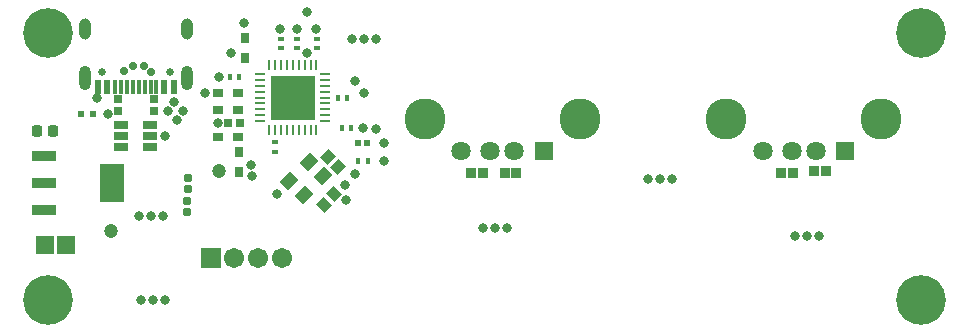
<source format=gts>
G04*
G04 #@! TF.GenerationSoftware,Altium Limited,Altium Designer,23.5.1 (21)*
G04*
G04 Layer_Color=8388736*
%FSLAX44Y44*%
%MOMM*%
G71*
G04*
G04 #@! TF.SameCoordinates,10AFCB3B-55C8-42C2-B7EA-D5DD10926C34*
G04*
G04*
G04 #@! TF.FilePolarity,Negative*
G04*
G01*
G75*
%ADD14R,0.4000X0.5000*%
%ADD15R,0.5153X0.4725*%
%ADD17R,0.9000X0.2800*%
%ADD18R,0.3000X1.1500*%
%ADD19R,0.6000X1.1500*%
%ADD21R,0.4750X0.5000*%
%ADD22R,2.1500X0.9500*%
%ADD23R,2.1500X3.2500*%
%ADD24R,1.5781X1.5562*%
G04:AMPARAMS|DCode=26|XSize=1.3mm|YSize=1.05mm|CornerRadius=0mm|HoleSize=0mm|Usage=FLASHONLY|Rotation=225.000|XOffset=0mm|YOffset=0mm|HoleType=Round|Shape=Rectangle|*
%AMROTATEDRECTD26*
4,1,4,0.0884,0.8309,0.8309,0.0884,-0.0884,-0.8309,-0.8309,-0.0884,0.0884,0.8309,0.0*
%
%ADD26ROTATEDRECTD26*%

%ADD27R,0.5000X0.4000*%
%ADD28R,0.8000X0.9000*%
%ADD29R,3.7000X3.7000*%
%ADD30R,0.2800X0.9000*%
%ADD31R,0.9000X0.8000*%
%ADD37R,0.8532X0.8532*%
%ADD38R,1.3032X0.8032*%
G04:AMPARAMS|DCode=39|XSize=0.9632mm|YSize=0.8636mm|CornerRadius=0.1842mm|HoleSize=0mm|Usage=FLASHONLY|Rotation=90.000|XOffset=0mm|YOffset=0mm|HoleType=Round|Shape=RoundedRectangle|*
%AMROUNDEDRECTD39*
21,1,0.9632,0.4953,0,0,90.0*
21,1,0.5949,0.8636,0,0,90.0*
1,1,0.3683,0.2477,0.2975*
1,1,0.3683,0.2477,-0.2975*
1,1,0.3683,-0.2477,-0.2975*
1,1,0.3683,-0.2477,0.2975*
%
%ADD39ROUNDEDRECTD39*%
G04:AMPARAMS|DCode=40|XSize=0.7532mm|YSize=0.7032mm|CornerRadius=0.1641mm|HoleSize=0mm|Usage=FLASHONLY|Rotation=0.000|XOffset=0mm|YOffset=0mm|HoleType=Round|Shape=RoundedRectangle|*
%AMROUNDEDRECTD40*
21,1,0.7532,0.3750,0,0,0.0*
21,1,0.4250,0.7032,0,0,0.0*
1,1,0.3282,0.2125,-0.1875*
1,1,0.3282,-0.2125,-0.1875*
1,1,0.3282,-0.2125,0.1875*
1,1,0.3282,0.2125,0.1875*
%
%ADD40ROUNDEDRECTD40*%
%ADD41R,0.8032X0.7032*%
G04:AMPARAMS|DCode=42|XSize=1.0532mm|YSize=0.9532mm|CornerRadius=0mm|HoleSize=0mm|Usage=FLASHONLY|Rotation=315.000|XOffset=0mm|YOffset=0mm|HoleType=Round|Shape=Rectangle|*
%AMROTATEDRECTD42*
4,1,4,-0.7094,0.0354,-0.0354,0.7094,0.7094,-0.0354,0.0354,-0.7094,-0.7094,0.0354,0.0*
%
%ADD42ROTATEDRECTD42*%

%ADD43R,0.7032X0.8032*%
G04:AMPARAMS|DCode=44|XSize=1.0532mm|YSize=0.9532mm|CornerRadius=0mm|HoleSize=0mm|Usage=FLASHONLY|Rotation=225.000|XOffset=0mm|YOffset=0mm|HoleType=Round|Shape=Rectangle|*
%AMROTATEDRECTD44*
4,1,4,0.0354,0.7094,0.7094,0.0354,-0.0354,-0.7094,-0.7094,-0.0354,0.0354,0.7094,0.0*
%
%ADD44ROTATEDRECTD44*%

%ADD45R,1.6312X1.6312*%
%ADD46C,1.6312*%
%ADD47C,3.4792*%
%ADD48C,1.7032*%
%ADD49R,1.7032X1.7032*%
%ADD50C,0.6500*%
G04:AMPARAMS|DCode=51|XSize=1mm|YSize=2.1mm|CornerRadius=0.5mm|HoleSize=0mm|Usage=FLASHONLY|Rotation=180.000|XOffset=0mm|YOffset=0mm|HoleType=Round|Shape=RoundedRectangle|*
%AMROUNDEDRECTD51*
21,1,1.0000,1.1000,0,0,180.0*
21,1,0.0000,2.1000,0,0,180.0*
1,1,1.0000,0.0000,0.5500*
1,1,1.0000,0.0000,0.5500*
1,1,1.0000,0.0000,-0.5500*
1,1,1.0000,0.0000,-0.5500*
%
%ADD51ROUNDEDRECTD51*%
G04:AMPARAMS|DCode=52|XSize=1mm|YSize=1.8mm|CornerRadius=0.5mm|HoleSize=0mm|Usage=FLASHONLY|Rotation=180.000|XOffset=0mm|YOffset=0mm|HoleType=Round|Shape=RoundedRectangle|*
%AMROUNDEDRECTD52*
21,1,1.0000,0.8000,0,0,180.0*
21,1,0.0000,1.8000,0,0,180.0*
1,1,1.0000,0.0000,0.4000*
1,1,1.0000,0.0000,0.4000*
1,1,1.0000,0.0000,-0.4000*
1,1,1.0000,0.0000,-0.4000*
%
%ADD52ROUNDEDRECTD52*%
%ADD53C,4.2032*%
%ADD54C,0.8032*%
%ADD55C,1.2032*%
%ADD56C,0.7032*%
D14*
X481520Y1163320D02*
D03*
X473520D02*
D03*
X378630Y1206690D02*
D03*
X386630D02*
D03*
X487490Y1135380D02*
D03*
X495490D02*
D03*
X478070Y1188910D02*
D03*
X470070D02*
D03*
D15*
X495276Y1150620D02*
D03*
X487704D02*
D03*
D17*
X459660Y1178910D02*
D03*
Y1183910D02*
D03*
Y1193910D02*
D03*
Y1198910D02*
D03*
Y1168910D02*
D03*
Y1173910D02*
D03*
X404660Y1168910D02*
D03*
Y1173910D02*
D03*
Y1178910D02*
D03*
Y1183910D02*
D03*
Y1188910D02*
D03*
Y1193910D02*
D03*
Y1198910D02*
D03*
Y1203910D02*
D03*
Y1208910D02*
D03*
X459660D02*
D03*
Y1203910D02*
D03*
Y1188910D02*
D03*
D18*
X311702Y1198059D02*
D03*
X316702D02*
D03*
X306702D02*
D03*
X291702D02*
D03*
X286702D02*
D03*
X281702D02*
D03*
X301702D02*
D03*
X296702D02*
D03*
D19*
X331202D02*
D03*
X323202D02*
D03*
X267202D02*
D03*
X275202D02*
D03*
D21*
X252685Y1174750D02*
D03*
X262935D02*
D03*
D22*
X221190Y1139330D02*
D03*
Y1116330D02*
D03*
Y1093330D02*
D03*
D23*
X279190Y1116330D02*
D03*
D24*
X222499Y1064260D02*
D03*
X239781D02*
D03*
D26*
X457909Y1122275D02*
D03*
X441645Y1106011D02*
D03*
X429271Y1118385D02*
D03*
X445535Y1134649D02*
D03*
D27*
X452480Y1238630D02*
D03*
Y1230630D02*
D03*
X416920Y1143000D02*
D03*
Y1151000D02*
D03*
X435970Y1230630D02*
D03*
Y1238630D02*
D03*
X422000D02*
D03*
Y1230630D02*
D03*
D28*
X391520Y1239320D02*
D03*
Y1222320D02*
D03*
X386440Y1125800D02*
D03*
Y1142800D02*
D03*
D29*
X432160Y1188910D02*
D03*
D30*
X452160Y1161410D02*
D03*
X447160D02*
D03*
X442160D02*
D03*
X437160D02*
D03*
X432160D02*
D03*
X427160D02*
D03*
X422160D02*
D03*
X417160D02*
D03*
X412160D02*
D03*
Y1216410D02*
D03*
X417160D02*
D03*
X422160D02*
D03*
X427160D02*
D03*
X432160D02*
D03*
X437160D02*
D03*
X442160D02*
D03*
X447160D02*
D03*
X452160D02*
D03*
D31*
X369050Y1192720D02*
D03*
X386050D02*
D03*
Y1155890D02*
D03*
X369050D02*
D03*
X386050Y1178750D02*
D03*
X369050D02*
D03*
D37*
X855900Y1125220D02*
D03*
X873840Y1126490D02*
D03*
X611434Y1125190D02*
D03*
X621434D02*
D03*
X845900Y1125220D02*
D03*
X883840Y1126490D02*
D03*
X593010Y1125220D02*
D03*
X583010D02*
D03*
D38*
X286541Y1156303D02*
D03*
Y1165803D02*
D03*
X311541D02*
D03*
Y1156303D02*
D03*
Y1146803D02*
D03*
X286541D02*
D03*
D39*
X229250Y1160780D02*
D03*
X215250D02*
D03*
D40*
X342980Y1091950D02*
D03*
Y1100950D02*
D03*
X343012Y1111555D02*
D03*
Y1120555D02*
D03*
D41*
X314960Y1187370D02*
D03*
Y1177370D02*
D03*
X284480Y1187370D02*
D03*
Y1177370D02*
D03*
D42*
X458221Y1098131D02*
D03*
X467059Y1106970D02*
D03*
D43*
X387630Y1167320D02*
D03*
X377630D02*
D03*
D44*
X461671Y1138529D02*
D03*
X470509Y1129691D02*
D03*
D45*
X644460Y1143840D02*
D03*
X899870D02*
D03*
D46*
X619460D02*
D03*
X599460D02*
D03*
X574460D02*
D03*
X829870D02*
D03*
X854870D02*
D03*
X874870D02*
D03*
D47*
X675160Y1170940D02*
D03*
X543760D02*
D03*
X799170D02*
D03*
X930570D02*
D03*
D48*
X422590Y1053260D02*
D03*
X382590D02*
D03*
X402590D02*
D03*
D49*
X362590D02*
D03*
D50*
X270302Y1210509D02*
D03*
X328102D02*
D03*
D51*
X256002Y1205509D02*
D03*
X342402D02*
D03*
D52*
X256002Y1247309D02*
D03*
X342402D02*
D03*
D53*
X963930Y1243330D02*
D03*
Y1017270D02*
D03*
X224790D02*
D03*
Y1243330D02*
D03*
D54*
X491490Y1163290D02*
D03*
X502920Y1162558D02*
D03*
X509270Y1135380D02*
D03*
X485140Y1123950D02*
D03*
X476250Y1115060D02*
D03*
X477520Y1102360D02*
D03*
X419100Y1107440D02*
D03*
X509270Y1150620D02*
D03*
X324143Y1156244D02*
D03*
X397517Y1122687D02*
D03*
X331336Y1185044D02*
D03*
X326390Y1177290D02*
D03*
X266730Y1188690D02*
D03*
X275390Y1174610D02*
D03*
X358140Y1192530D02*
D03*
X369570Y1206500D02*
D03*
X391160Y1252220D02*
D03*
X435719Y1247031D02*
D03*
X421695Y1247146D02*
D03*
X452120Y1247140D02*
D03*
X502920Y1238250D02*
D03*
X492760D02*
D03*
X482600D02*
D03*
X753110Y1120140D02*
D03*
X742950D02*
D03*
X732790D02*
D03*
X485140Y1202690D02*
D03*
X302260Y1088390D02*
D03*
X312420D02*
D03*
X322580D02*
D03*
X334010Y1169670D02*
D03*
X339090Y1177290D02*
D03*
X492180Y1192530D02*
D03*
X446160Y1174910D02*
D03*
X444030Y1261220D02*
D03*
X443752Y1226959D02*
D03*
X418160Y1202910D02*
D03*
Y1188954D02*
D03*
X368660Y1167320D02*
D03*
X313690Y1017270D02*
D03*
X323850D02*
D03*
X380090Y1227010D02*
D03*
X432160Y1188910D02*
D03*
Y1174910D02*
D03*
X446160Y1188910D02*
D03*
Y1202910D02*
D03*
X432160D02*
D03*
X867410Y1071880D02*
D03*
X593090Y1078230D02*
D03*
X857250Y1071880D02*
D03*
X603250Y1078230D02*
D03*
X877570Y1071880D02*
D03*
X613410Y1078230D02*
D03*
X396600Y1131760D02*
D03*
X418160Y1174910D02*
D03*
X303530Y1017270D02*
D03*
D55*
X278130Y1075690D02*
D03*
X369570Y1126490D02*
D03*
D56*
X305976Y1215991D02*
D03*
X289352Y1211575D02*
D03*
X311766Y1210233D02*
D03*
X296680Y1215525D02*
D03*
M02*

</source>
